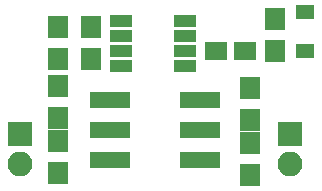
<source format=gbr>
G04 #@! TF.FileFunction,Soldermask,Top*
%FSLAX46Y46*%
G04 Gerber Fmt 4.6, Leading zero omitted, Abs format (unit mm)*
G04 Created by KiCad (PCBNEW 4.0.7) date Monday, 25 June 2018 'AMt' 00:00:04*
%MOMM*%
%LPD*%
G01*
G04 APERTURE LIST*
%ADD10C,0.100000*%
%ADD11R,1.950000X1.000000*%
%ADD12R,1.900000X1.650000*%
%ADD13R,1.600000X1.300000*%
%ADD14R,2.100000X2.100000*%
%ADD15O,2.100000X2.100000*%
%ADD16R,1.700000X1.900000*%
%ADD17R,3.400000X1.400000*%
G04 APERTURE END LIST*
D10*
D11*
X132715000Y-67310000D03*
X132715000Y-66040000D03*
X132715000Y-64770000D03*
X132715000Y-63500000D03*
X127315000Y-63500000D03*
X127315000Y-64770000D03*
X127315000Y-66040000D03*
X127315000Y-67310000D03*
D12*
X137795000Y-66040000D03*
X135295000Y-66040000D03*
D13*
X142875000Y-62740000D03*
X142875000Y-66040000D03*
D14*
X141605000Y-73025000D03*
D15*
X141605000Y-75565000D03*
D14*
X118745000Y-73025000D03*
D15*
X118745000Y-75565000D03*
D16*
X140335000Y-63340000D03*
X140335000Y-66040000D03*
X121920000Y-63975000D03*
X121920000Y-66675000D03*
X124764800Y-66675000D03*
X124764800Y-63975000D03*
X121920000Y-76360000D03*
X121920000Y-73660000D03*
X121920000Y-69008000D03*
X121920000Y-71708000D03*
X138176000Y-69182000D03*
X138176000Y-71882000D03*
X138176000Y-76534000D03*
X138176000Y-73834000D03*
D17*
X126390400Y-72745600D03*
X134010400Y-72745600D03*
X126390400Y-75285600D03*
X134010400Y-75285600D03*
X134010400Y-70205600D03*
X126390400Y-70205600D03*
M02*

</source>
